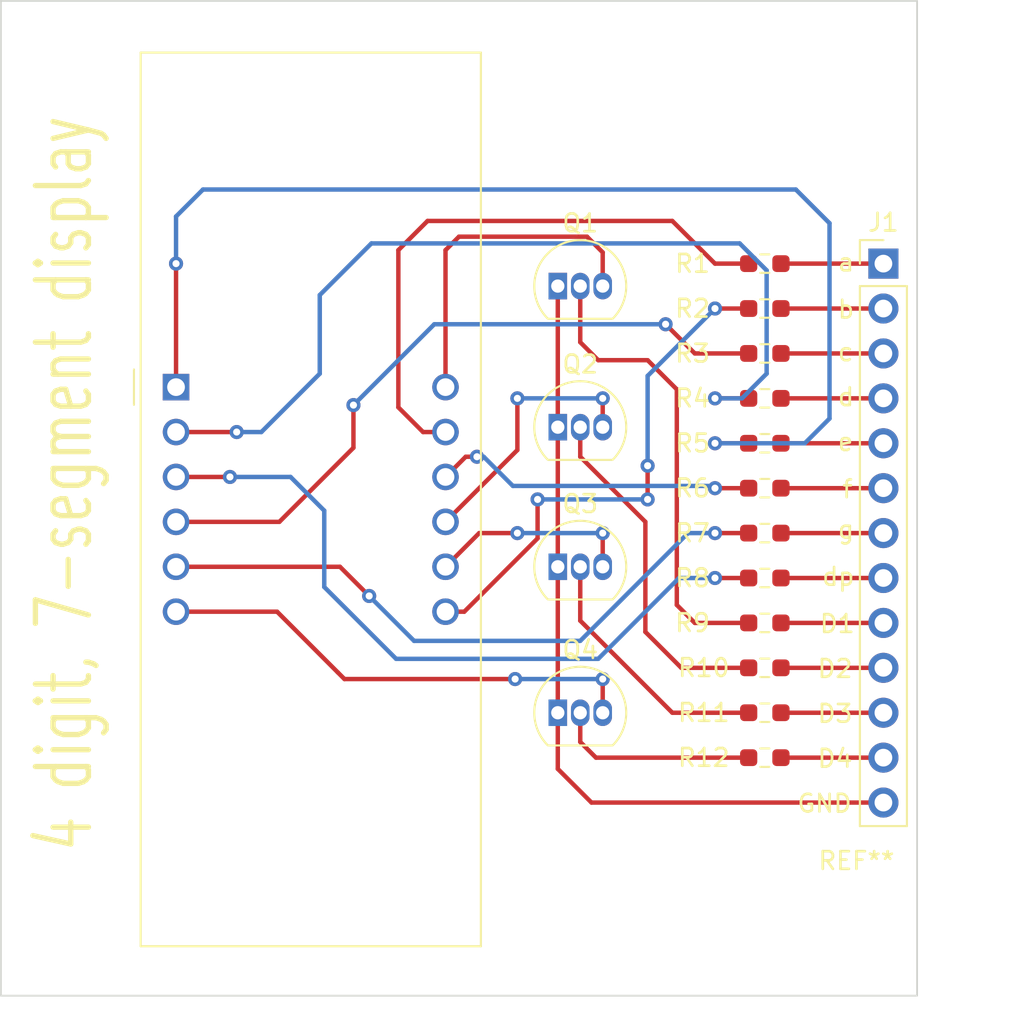
<source format=kicad_pcb>
(kicad_pcb (version 20221018) (generator pcbnew)
  (layers (0 "F.Cu" signal) (31 "B.Cu" signal) (34 "B.Paste" user) (35 "F.Paste" user) (36 "B.SilkS" user "B.Silkscreen") (37 "F.SilkS" user "F.Silkscreen") (38 "B.Mask" user) (39 "F.Mask" user) (44 "Edge.Cuts" user))
  (net 0 "")
  (net 1 "A")
  (net 2 "B")
  (net 3 "C")
  (net 4 "D")
  (net 5 "E")
  (net 6 "F")
  (net 7 "G")
  (net 8 "DP")
  (net 9 "Do1")
  (net 10 "Do2")
  (net 11 "Do3")
  (net 12 "Do4")
  (net 13 "GNDREF")
  (net 14 "Net-(Q1-B)")
  (net 15 "D1")
  (net 16 "Net-(Q2-B)")
  (net 17 "D2")
  (net 18 "Net-(Q3-B)")
  (net 19 "D3")
  (net 20 "Net-(Q4-B)")
  (net 21 "Net-(U1-a)")
  (net 22 "Net-(U1-b)")
  (net 23 "Net-(U1-c)")
  (net 24 "Net-(U1-d)")
  (net 25 "Net-(U1-e)")
  (net 26 "Net-(U1-f)")
  (net 27 "Net-(U1-g)")
  (net 28 "Net-(U1-DPX)")
  (net 29 "D4")
  (footprint "Resistor_SMD:R_0603_1608Metric_Pad0.98x0.95mm_HandSolder" (layer "F.Cu") (at 135.5325 45.72 180)
    (fp_text reference "R2" (at 4.0875 0) (layer "F.SilkS"))
    (fp_text value "330" hide)
    (fp_line (start -0.254724 -0.5225) (end 0.254724 -0.5225) (stroke (width 0.12)) (layer "F.SilkS"))
    (fp_line (start -0.254724 0.5225) (end 0.254724 0.5225) (stroke (width 0.12)) (layer "F.SilkS"))
    (pad "1" smd roundrect (at -0.9125 0 180) (size 0.975 0.95) (layers "F.Cu" "F.Paste" "F.Mask") (net 2 "B"))
    (pad "2" smd roundrect (at 0.9125 0 180) (size 0.975 0.95) (layers "F.Cu" "F.Paste" "F.Mask") (net 22 "Net-(U1-b)"))
  )
  (footprint "Resistor_SMD:R_0603_1608Metric_Pad0.98x0.95mm_HandSolder" (layer "F.Cu") (at 135.5325 71.12 180)
    (fp_text reference "R12" (at 3.4525 0) (layer "F.SilkS"))
    (fp_text value "10k" hide)
    (fp_line (start -0.254724 -0.5225) (end 0.254724 -0.5225) (stroke (width 0.12)) (layer "F.SilkS"))
    (fp_line (start -0.254724 0.5225) (end 0.254724 0.5225) (stroke (width 0.12)) (layer "F.SilkS"))
    (pad "1" smd roundrect (at -0.9125 0 180) (size 0.975 0.95) (layers "F.Cu" "F.Paste" "F.Mask") (net 12 "Do4"))
    (pad "2" smd roundrect (at 0.9125 0 180) (size 0.975 0.95) (layers "F.Cu" "F.Paste" "F.Mask") (net 20 "Net-(Q4-B)"))
  )
  (footprint "Package_TO_SOT_THT:TO-92_Inline" (layer "F.Cu") (at 123.825 52.43)
    (fp_text reference "Q2" (at 1.27 -3.56) (layer "F.SilkS"))
    (fp_text value "PN2222A")
    (fp_line (start -0.53 1.85) (end 3.07 1.85) (stroke (width 0.12)) (layer "F.SilkS"))
    (fp_arc (start -0.568478 1.838478) (mid -1.132087 -0.994977) (end 1.27 -2.6) (stroke (width 0.12)) (layer "F.SilkS"))
    (fp_arc (start 1.27 -2.6) (mid 3.672087 -0.994977) (end 3.108478 1.838478) (stroke (width 0.12)) (layer "F.SilkS"))
    (pad "1" thru_hole rect (at 0 0) (size 1.05 1.5) (drill 0.75) (layers "*.Cu" "*.Mask") (net 13 "GNDREF"))
    (pad "2" thru_hole oval (at 1.27 0) (size 1.05 1.5) (drill 0.75) (layers "*.Cu" "*.Mask") (net 16 "Net-(Q2-B)"))
    (pad "3" thru_hole oval (at 2.54 0) (size 1.05 1.5) (drill 0.75) (layers "*.Cu" "*.Mask") (net 17 "D2"))
  )
  (footprint "Package_TO_SOT_THT:TO-92_Inline" (layer "F.Cu") (at 123.825 60.325)
    (fp_text reference "Q3" (at 1.27 -3.56) (layer "F.SilkS"))
    (fp_text value "PN2222A")
    (fp_line (start -0.53 1.85) (end 3.07 1.85) (stroke (width 0.12)) (layer "F.SilkS"))
    (fp_arc (start -0.568478 1.838478) (mid -1.132087 -0.994977) (end 1.27 -2.6) (stroke (width 0.12)) (layer "F.SilkS"))
    (fp_arc (start 1.27 -2.6) (mid 3.672087 -0.994977) (end 3.108478 1.838478) (stroke (width 0.12)) (layer "F.SilkS"))
    (pad "1" thru_hole rect (at 0 0) (size 1.05 1.5) (drill 0.75) (layers "*.Cu" "*.Mask") (net 13 "GNDREF"))
    (pad "2" thru_hole oval (at 1.27 0) (size 1.05 1.5) (drill 0.75) (layers "*.Cu" "*.Mask") (net 18 "Net-(Q3-B)"))
    (pad "3" thru_hole oval (at 2.54 0) (size 1.05 1.5) (drill 0.75) (layers "*.Cu" "*.Mask") (net 19 "D3"))
  )
  (footprint "Resistor_SMD:R_0603_1608Metric_Pad0.98x0.95mm_HandSolder" (layer "F.Cu") (at 135.5325 60.96 180)
    (fp_text reference "R8" (at 4.0875 0) (layer "F.SilkS"))
    (fp_text value "330" hide)
    (fp_line (start -0.254724 -0.5225) (end 0.254724 -0.5225) (stroke (width 0.12)) (layer "F.SilkS"))
    (fp_line (start -0.254724 0.5225) (end 0.254724 0.5225) (stroke (width 0.12)) (layer "F.SilkS"))
    (pad "1" smd roundrect (at -0.9125 0 180) (size 0.975 0.95) (layers "F.Cu" "F.Paste" "F.Mask") (net 8 "DP"))
    (pad "2" smd roundrect (at 0.9125 0 180) (size 0.975 0.95) (layers "F.Cu" "F.Paste" "F.Mask") (net 28 "Net-(U1-DPX)"))
  )
  (footprint "Resistor_SMD:R_0603_1608Metric_Pad0.98x0.95mm_HandSolder" (layer "F.Cu") (at 135.5325 53.34 180)
    (fp_text reference "R5" (at 4.0875 0) (layer "F.SilkS"))
    (fp_text value "330" hide)
    (fp_line (start -0.254724 -0.5225) (end 0.254724 -0.5225) (stroke (width 0.12)) (layer "F.SilkS"))
    (fp_line (start -0.254724 0.5225) (end 0.254724 0.5225) (stroke (width 0.12)) (layer "F.SilkS"))
    (pad "1" smd roundrect (at -0.9125 0 180) (size 0.975 0.95) (layers "F.Cu" "F.Paste" "F.Mask") (net 5 "E"))
    (pad "2" smd roundrect (at 0.9125 0 180) (size 0.975 0.95) (layers "F.Cu" "F.Paste" "F.Mask") (net 25 "Net-(U1-e)"))
  )
  (footprint "Resistor_SMD:R_0603_1608Metric_Pad0.98x0.95mm_HandSolder" (layer "F.Cu") (at 135.5325 63.5 180)
    (fp_text reference "R9" (at 4.0875 0) (layer "F.SilkS"))
    (fp_text value "10k" hide)
    (fp_line (start -0.254724 -0.5225) (end 0.254724 -0.5225) (stroke (width 0.12)) (layer "F.SilkS"))
    (fp_line (start -0.254724 0.5225) (end 0.254724 0.5225) (stroke (width 0.12)) (layer "F.SilkS"))
    (pad "1" smd roundrect (at -0.9125 0 180) (size 0.975 0.95) (layers "F.Cu" "F.Paste" "F.Mask") (net 9 "Do1"))
    (pad "2" smd roundrect (at 0.9125 0 180) (size 0.975 0.95) (layers "F.Cu" "F.Paste" "F.Mask") (net 14 "Net-(Q1-B)"))
  )
  (footprint "Resistor_SMD:R_0603_1608Metric_Pad0.98x0.95mm_HandSolder" (layer "F.Cu") (at 135.5325 50.8 180)
    (fp_text reference "R4" (at 4.0875 0) (layer "F.SilkS"))
    (fp_text value "330" hide)
    (fp_line (start -0.254724 -0.5225) (end 0.254724 -0.5225) (stroke (width 0.12)) (layer "F.SilkS"))
    (fp_line (start -0.254724 0.5225) (end 0.254724 0.5225) (stroke (width 0.12)) (layer "F.SilkS"))
    (pad "1" smd roundrect (at -0.9125 0 180) (size 0.975 0.95) (layers "F.Cu" "F.Paste" "F.Mask") (net 4 "D"))
    (pad "2" smd roundrect (at 0.9125 0 180) (size 0.975 0.95) (layers "F.Cu" "F.Paste" "F.Mask") (net 24 "Net-(U1-d)"))
  )
  (footprint "Resistor_SMD:R_0603_1608Metric_Pad0.98x0.95mm_HandSolder" (layer "F.Cu") (at 135.5325 68.58 180)
    (fp_text reference "R11" (at 3.4525 0) (layer "F.SilkS"))
    (fp_text value "10k" hide)
    (fp_line (start -0.254724 -0.5225) (end 0.254724 -0.5225) (stroke (width 0.12)) (layer "F.SilkS"))
    (fp_line (start -0.254724 0.5225) (end 0.254724 0.5225) (stroke (width 0.12)) (layer "F.SilkS"))
    (pad "1" smd roundrect (at -0.9125 0 180) (size 0.975 0.95) (layers "F.Cu" "F.Paste" "F.Mask") (net 11 "Do3"))
    (pad "2" smd roundrect (at 0.9125 0 180) (size 0.975 0.95) (layers "F.Cu" "F.Paste" "F.Mask") (net 18 "Net-(Q3-B)"))
  )
  (footprint "MountingHole:MountingHole_3.2mm_M3" (layer "F.Cu") (at 96.139 32.004)
    (fp_text reference "REF**" hide)
    (fp_text value "MountingHole_3.2mm_M3" hide)
    (pad "" np_thru_hole circle (at 0 0) (size 3.2 3.2) (drill 3.2) (layers "*.Cu" "*.Mask"))
  )
  (footprint "Package_TO_SOT_THT:TO-92_Inline" (layer "F.Cu") (at 123.825 44.45)
    (fp_text reference "Q1" (at 1.27 -3.56) (layer "F.SilkS"))
    (fp_text value "PN2222A")
    (fp_line (start -0.53 1.85) (end 3.07 1.85) (stroke (width 0.12)) (layer "F.SilkS"))
    (fp_arc (start -0.568478 1.838478) (mid -1.132087 -0.994977) (end 1.27 -2.6) (stroke (width 0.12)) (layer "F.SilkS"))
    (fp_arc (start 1.27 -2.6) (mid 3.672087 -0.994977) (end 3.108478 1.838478) (stroke (width 0.12)) (layer "F.SilkS"))
    (pad "1" thru_hole rect (at 0 0) (size 1.05 1.5) (drill 0.75) (layers "*.Cu" "*.Mask") (net 13 "GNDREF"))
    (pad "2" thru_hole oval (at 1.27 0) (size 1.05 1.5) (drill 0.75) (layers "*.Cu" "*.Mask") (net 14 "Net-(Q1-B)"))
    (pad "3" thru_hole oval (at 2.54 0) (size 1.05 1.5) (drill 0.75) (layers "*.Cu" "*.Mask") (net 15 "D1"))
  )
  (footprint "Resistor_SMD:R_0603_1608Metric_Pad0.98x0.95mm_HandSolder" (layer "F.Cu") (at 135.5325 43.18 180)
    (fp_text reference "R1" (at 4.0875 0) (layer "F.SilkS"))
    (fp_text value "330" hide)
    (fp_line (start -0.254724 -0.5225) (end 0.254724 -0.5225) (stroke (width 0.12)) (layer "F.SilkS"))
    (fp_line (start -0.254724 0.5225) (end 0.254724 0.5225) (stroke (width 0.12)) (layer "F.SilkS"))
    (pad "1" smd roundrect (at -0.9125 0 180) (size 0.975 0.95) (layers "F.Cu" "F.Paste" "F.Mask") (net 1 "A"))
    (pad "2" smd roundrect (at 0.9125 0 180) (size 0.975 0.95) (layers "F.Cu" "F.Paste" "F.Mask") (net 21 "Net-(U1-a)"))
  )
  (footprint "Resistor_SMD:R_0603_1608Metric_Pad0.98x0.95mm_HandSolder" (layer "F.Cu") (at 135.5325 66.04 180)
    (fp_text reference "R10" (at 3.4525 0) (layer "F.SilkS"))
    (fp_text value "10k" hide)
    (fp_line (start -0.254724 -0.5225) (end 0.254724 -0.5225) (stroke (width 0.12)) (layer "F.SilkS"))
    (fp_line (start -0.254724 0.5225) (end 0.254724 0.5225) (stroke (width 0.12)) (layer "F.SilkS"))
    (pad "1" smd roundrect (at -0.9125 0 180) (size 0.975 0.95) (layers "F.Cu" "F.Paste" "F.Mask") (net 10 "Do2"))
    (pad "2" smd roundrect (at 0.9125 0 180) (size 0.975 0.95) (layers "F.Cu" "F.Paste" "F.Mask") (net 16 "Net-(Q2-B)"))
  )
  (footprint "Package_TO_SOT_THT:TO-92_Inline" (layer "F.Cu") (at 123.825 68.58)
    (fp_text reference "Q4" (at 1.27 -3.56) (layer "F.SilkS"))
    (fp_text value "PN2222A")
    (fp_line (start -0.53 1.85) (end 3.07 1.85) (stroke (width 0.12)) (layer "F.SilkS"))
    (fp_arc (start -0.568478 1.838478) (mid -1.132087 -0.994977) (end 1.27 -2.6) (stroke (width 0.12)) (layer "F.SilkS"))
    (fp_arc (start 1.27 -2.6) (mid 3.672087 -0.994977) (end 3.108478 1.838478) (stroke (width 0.12)) (layer "F.SilkS"))
    (pad "1" thru_hole rect (at 0 0) (size 1.05 1.5) (drill 0.75) (layers "*.Cu" "*.Mask") (net 13 "GNDREF"))
    (pad "2" thru_hole oval (at 1.27 0) (size 1.05 1.5) (drill 0.75) (layers "*.Cu" "*.Mask") (net 20 "Net-(Q4-B)"))
    (pad "3" thru_hole oval (at 2.54 0) (size 1.05 1.5) (drill 0.75) (layers "*.Cu" "*.Mask") (net 29 "D4"))
  )
  (footprint "Connector_PinHeader_2.54mm:PinHeader_1x13_P2.54mm_Vertical" (layer "F.Cu") (at 142.24 43.18)
    (fp_text reference "J1" (at 0 -2.33) (layer "F.SilkS"))
    (fp_text value "Conn_01x13" hide)
    (fp_line (start -1.33 -1.33) (end 0 -1.33) (stroke (width 0.12)) (layer "F.SilkS"))
    (fp_line (start -1.33 0) (end -1.33 -1.33) (stroke (width 0.12)) (layer "F.SilkS"))
    (fp_line (start -1.33 1.27) (end -1.33 31.81) (stroke (width 0.12)) (layer "F.SilkS"))
    (fp_line (start -1.33 1.27) (end 1.33 1.27) (stroke (width 0.12)) (layer "F.SilkS"))
    (fp_line (start -1.33 31.81) (end 1.33 31.81) (stroke (width 0.12)) (layer "F.SilkS"))
    (fp_line (start 1.33 1.27) (end 1.33 31.81) (stroke (width 0.12)) (layer "F.SilkS"))
    (pad "1" thru_hole rect (at 0 0) (size 1.7 1.7) (drill 1) (layers "*.Cu" "*.Mask") (net 1 "A"))
    (pad "2" thru_hole oval (at 0 2.54) (size 1.7 1.7) (drill 1) (layers "*.Cu" "*.Mask") (net 2 "B"))
    (pad "3" thru_hole oval (at 0 5.08) (size 1.7 1.7) (drill 1) (layers "*.Cu" "*.Mask") (net 3 "C"))
    (pad "4" thru_hole oval (at 0 7.62) (size 1.7 1.7) (drill 1) (layers "*.Cu" "*.Mask") (net 4 "D"))
    (pad "5" thru_hole oval (at 0 10.16) (size 1.7 1.7) (drill 1) (layers "*.Cu" "*.Mask") (net 5 "E"))
    (pad "6" thru_hole oval (at 0 12.7) (size 1.7 1.7) (drill 1) (layers "*.Cu" "*.Mask") (net 6 "F"))
    (pad "7" thru_hole oval (at 0 15.24) (size 1.7 1.7) (drill 1) (layers "*.Cu" "*.Mask") (net 7 "G"))
    (pad "8" thru_hole oval (at 0 17.78) (size 1.7 1.7) (drill 1) (layers "*.Cu" "*.Mask") (net 8 "DP"))
    (pad "9" thru_hole oval (at 0 20.32) (size 1.7 1.7) (drill 1) (layers "*.Cu" "*.Mask") (net 9 "Do1"))
    (pad "10" thru_hole oval (at 0 22.86) (size 1.7 1.7) (drill 1) (layers "*.Cu" "*.Mask") (net 10 "Do2"))
    (pad "11" thru_hole oval (at 0 25.4) (size 1.7 1.7) (drill 1) (layers "*.Cu" "*.Mask") (net 11 "Do3"))
    (pad "12" thru_hole oval (at 0 27.94) (size 1.7 1.7) (drill 1) (layers "*.Cu" "*.Mask") (net 12 "Do4"))
    (pad "13" thru_hole oval (at 0 30.48) (size 1.7 1.7) (drill 1) (layers "*.Cu" "*.Mask") (net 13 "GNDREF"))
  )
  (footprint "Resistor_SMD:R_0603_1608Metric_Pad0.98x0.95mm_HandSolder" (layer "F.Cu") (at 135.5325 58.42 180)
    (fp_text reference "R7" (at 4.0875 0) (layer "F.SilkS"))
    (fp_text value "330" hide)
    (fp_line (start -0.254724 -0.5225) (end 0.254724 -0.5225) (stroke (width 0.12)) (layer "F.SilkS"))
    (fp_line (start -0.254724 0.5225) (end 0.254724 0.5225) (stroke (width 0.12)) (layer "F.SilkS"))
    (pad "1" smd roundrect (at -0.9125 0 180) (size 0.975 0.95) (layers "F.Cu" "F.Paste" "F.Mask") (net 7 "G"))
    (pad "2" smd roundrect (at 0.9125 0 180) (size 0.975 0.95) (layers "F.Cu" "F.Paste" "F.Mask") (net 27 "Net-(U1-g)"))
  )
  (footprint "Display_7Segment:CA56-12SRWA" (layer "F.Cu") (at 102.235 50.165)
    (fp_text reference "U1" hide)
    (fp_text value "CC56-12SRWA" hide)
    (fp_line (start -2.38 -1) (end -2.38 1) (stroke (width 0.12)) (layer "F.SilkS"))
    (fp_line (start -2 -18.92) (end -2 31.62) (stroke (width 0.12)) (layer "F.SilkS"))
    (fp_line (start -2 -18.92) (end 17.24 -18.92) (stroke (width 0.12)) (layer "F.SilkS"))
    (fp_line (start -2 31.62) (end 17.24 31.62) (stroke (width 0.12)) (layer "F.SilkS"))
    (fp_line (start 17.24 31.62) (end 17.24 -18.92) (stroke (width 0.12)) (layer "F.SilkS"))
    (pad "1" thru_hole rect (at 0 0) (size 1.5 1.5) (drill 1) (layers "*.Cu" "*.Mask") (net 25 "Net-(U1-e)"))
    (pad "2" thru_hole circle (at 0 2.54) (size 1.5 1.5) (drill 1) (layers "*.Cu" "*.Mask") (net 24 "Net-(U1-d)"))
    (pad "3" thru_hole circle (at 0 5.08) (size 1.5 1.5) (drill 1) (layers "*.Cu" "*.Mask") (net 28 "Net-(U1-DPX)"))
    (pad "4" thru_hole circle (at 0 7.62) (size 1.5 1.5) (drill 1) (layers "*.Cu" "*.Mask") (net 23 "Net-(U1-c)"))
    (pad "5" thru_hole circle (at 0 10.16) (size 1.5 1.5) (drill 1) (layers "*.Cu" "*.Mask") (net 27 "Net-(U1-g)"))
    (pad "6" thru_hole circle (at 0 12.7) (size 1.5 1.5) (drill 1) (layers "*.Cu" "*.Mask") (net 29 "D4"))
    (pad "7" thru_hole circle (at 15.24 12.7) (size 1.5 1.5) (drill 1) (layers "*.Cu" "*.Mask") (net 22 "Net-(U1-b)"))
    (pad "8" thru_hole circle (at 15.24 10.16) (size 1.5 1.5) (drill 1) (layers "*.Cu" "*.Mask") (net 19 "D3"))
    (pad "9" thru_hole circle (at 15.24 7.62) (size 1.5 1.5) (drill 1) (layers "*.Cu" "*.Mask") (net 17 "D2"))
    (pad "10" thru_hole circle (at 15.24 5.08) (size 1.5 1.5) (drill 1) (layers "*.Cu" "*.Mask") (net 26 "Net-(U1-f)"))
    (pad "11" thru_hole circle (at 15.24 2.54) (size 1.5 1.5) (drill 1) (layers "*.Cu" "*.Mask") (net 21 "Net-(U1-a)"))
    (pad "12" thru_hole circle (at 15.24 0) (size 1.5 1.5) (drill 1) (layers "*.Cu" "*.Mask") (net 15 "D1"))
  )
  (footprint "Resistor_SMD:R_0603_1608Metric_Pad0.98x0.95mm_HandSolder" (layer "F.Cu") (at 135.5325 55.88 180)
    (fp_text reference "R6" (at 4.0875 0) (layer "F.SilkS"))
    (fp_text value "330" hide)
    (fp_line (start -0.254724 -0.5225) (end 0.254724 -0.5225) (stroke (width 0.12)) (layer "F.SilkS"))
    (fp_line (start -0.254724 0.5225) (end 0.254724 0.5225) (stroke (width 0.12)) (layer "F.SilkS"))
    (pad "1" smd roundrect (at -0.9125 0 180) (size 0.975 0.95) (layers "F.Cu" "F.Paste" "F.Mask") (net 6 "F"))
    (pad "2" smd roundrect (at 0.9125 0 180) (size 0.975 0.95) (layers "F.Cu" "F.Paste" "F.Mask") (net 26 "Net-(U1-f)"))
  )
  (footprint "MountingHole:MountingHole_3.2mm_M3" (layer "F.Cu") (at 140.589 31.877)
    (fp_text reference "REF**" hide)
    (fp_text value "MountingHole_3.2mm_M3" hide)
    (pad "" np_thru_hole circle (at 0 0) (size 3.2 3.2) (drill 3.2) (layers "*.Cu" "*.Mask"))
  )
  (footprint "MountingHole:MountingHole_3.2mm_M3" (layer "F.Cu") (at 140.716 81.153)
    (fp_text reference "REF**" (at 0 -4.2) (layer "F.SilkS"))
    (fp_text value "MountingHole_3.2mm_M3")
    (pad "" np_thru_hole circle (at 0 0) (size 3.2 3.2) (drill 3.2) (layers "*.Cu" "*.Mask"))
  )
  (footprint "MountingHole:MountingHole_3.2mm_M3" (layer "F.Cu") (at 96.139 80.772)
    (fp_text reference "REF**" hide)
    (fp_text value "MountingHole_3.2mm_M3" hide)
    (pad "" np_thru_hole circle (at 0 0) (size 3.2 3.2) (drill 3.2) (layers "*.Cu" "*.Mask"))
  )
  (footprint "Resistor_SMD:R_0603_1608Metric_Pad0.98x0.95mm_HandSolder" (layer "F.Cu") (at 135.5325 48.26 180)
    (fp_text reference "R3" (at 4.0875 0) (layer "F.SilkS"))
    (fp_text value "330" hide)
    (fp_line (start -0.254724 -0.5225) (end 0.254724 -0.5225) (stroke (width 0.12)) (layer "F.SilkS"))
    (fp_line (start -0.254724 0.5225) (end 0.254724 0.5225) (stroke (width 0.12)) (layer "F.SilkS"))
    (pad "1" smd roundrect (at -0.9125 0 180) (size 0.975 0.95) (layers "F.Cu" "F.Paste" "F.Mask") (net 3 "C"))
    (pad "2" smd roundrect (at 0.9125 0 180) (size 0.975 0.95) (layers "F.Cu" "F.Paste" "F.Mask") (net 23 "Net-(U1-c)"))
  )
  (gr_rect (start 92.329 28.321) (end 144.145 84.582) (stroke (width 0.1)) (fill none) (layer "Edge.Cuts"))
  (gr_text "D3" (at 138.43 69.215) (layer "F.SilkS") (effects (font (size 1 1)) (justify left bottom)))
  (gr_text "GND" (at 137.287 74.295) (layer "F.SilkS") (effects (font (size 1 1)) (justify left bottom)))
  (gr_text "c" (at 139.573 48.768) (layer "F.SilkS") (effects (font (size 1 1)) (justify left bottom)))
  (gr_text "4 digit, 7-segment display" (at 97.663 76.581 90) (layer "F.SilkS") (effects (font (size 3 2) (thickness 0.3) bold) (justify left bottom)))
  (gr_text "b" (at 139.573 46.355) (layer "F.SilkS") (effects (font (size 1 1)) (justify left bottom)))
  (gr_text "D1" (at 138.557 64.135) (layer "F.SilkS") (effects (font (size 1 1)) (justify left bottom)))
  (gr_text "e" (at 139.573 53.848) (layer "F.SilkS") (effects (font (size 1 1)) (justify left bottom)))
  (gr_text "f" (at 139.827 56.515) (layer "F.SilkS") (effects (font (size 1 1)) (justify left bottom)))
  (gr_text "a" (at 139.573 43.688) (layer "F.SilkS") (effects (font (size 1 1)) (justify left bottom)))
  (gr_text "D2" (at 138.43 66.675) (layer "F.SilkS") (effects (font (size 1 1)) (justify left bottom)))
  (gr_text "D4" (at 138.43 71.755) (layer "F.SilkS") (effects (font (size 1 1)) (justify left bottom)))
  (gr_text "d" (at 139.573 51.308) (layer "F.SilkS") (effects (font (size 1 1)) (justify left bottom)))
  (gr_text "dp" (at 138.684 61.468) (layer "F.SilkS") (effects (font (size 1 1)) (justify left bottom)))
  (gr_text "g" (at 139.573 58.801) (layer "F.SilkS") (effects (font (size 1 1)) (justify left bottom)))
  (segment (start 136.445 43.18) (end 142.24 43.18) (width 0.25) (layer "F.Cu") (net 1))
  (segment (start 136.445 45.72) (end 142.24 45.72) (width 0.25) (layer "F.Cu") (net 2))
  (segment (start 136.445 48.26) (end 142.24 48.26) (width 0.25) (layer "F.Cu") (net 3))
  (segment (start 136.445 50.8) (end 142.24 50.8) (width 0.25) (layer "F.Cu") (net 4))
  (segment (start 136.445 53.34) (end 142.24 53.34) (width 0.25) (layer "F.Cu") (net 5))
  (segment (start 136.445 55.88) (end 142.24 55.88) (width 0.25) (layer "F.Cu") (net 6))
  (segment (start 136.445 58.42) (end 142.24 58.42) (width 0.25) (layer "F.Cu") (net 7))
  (segment (start 142.24 60.96) (end 136.445 60.96) (width 0.25) (layer "F.Cu") (net 8))
  (segment (start 136.445 63.5) (end 142.24 63.5) (width 0.25) (layer "F.Cu") (net 9))
  (segment (start 136.445 66.04) (end 142.24 66.04) (width 0.25) (layer "F.Cu") (net 10))
  (segment (start 142.24 68.58) (end 136.445 68.58) (width 0.25) (layer "F.Cu") (net 11))
  (segment (start 136.445 71.12) (end 142.24 71.12) (width 0.25) (layer "F.Cu") (net 12))
  (segment (start 123.825 60.325) (end 123.825 68.58) (width 0.25) (layer "F.Cu") (net 13))
  (segment (start 123.825 71.755) (end 125.73 73.66) (width 0.25) (layer "F.Cu") (net 13))
  (segment (start 123.825 52.43) (end 123.825 60.325) (width 0.25) (layer "F.Cu") (net 13))
  (segment (start 123.825 68.58) (end 123.825 71.755) (width 0.25) (layer "F.Cu") (net 13))
  (segment (start 123.825 44.45) (end 123.825 52.43) (width 0.25) (layer "F.Cu") (net 13))
  (segment (start 125.73 73.66) (end 142.24 73.66) (width 0.25) (layer "F.Cu") (net 13))
  (segment (start 131.572 63.5) (end 130.556 62.484) (width 0.25) (layer "F.Cu") (net 14))
  (segment (start 134.62 63.5) (end 131.572 63.5) (width 0.25) (layer "F.Cu") (net 14))
  (segment (start 128.905 48.641) (end 126.111 48.641) (width 0.25) (layer "F.Cu") (net 14))
  (segment (start 130.556 50.292) (end 128.905 48.641) (width 0.25) (layer "F.Cu") (net 14))
  (segment (start 130.556 62.484) (end 130.556 50.292) (width 0.25) (layer "F.Cu") (net 14))
  (segment (start 126.111 48.641) (end 125.095 47.625) (width 0.25) (layer "F.Cu") (net 14))
  (segment (start 125.095 47.625) (end 125.095 44.45) (width 0.25) (layer "F.Cu") (net 14))
  (segment (start 117.475 42.418) (end 117.475 50.165) (width 0.25) (layer "F.Cu") (net 15))
  (segment (start 126.365 42.545) (end 125.476 41.656) (width 0.25) (layer "F.Cu") (net 15))
  (segment (start 126.365 44.45) (end 126.365 42.545) (width 0.25) (layer "F.Cu") (net 15))
  (segment (start 125.476 41.656) (end 118.237 41.656) (width 0.25) (layer "F.Cu") (net 15))
  (segment (start 118.237 41.656) (end 117.475 42.418) (width 0.25) (layer "F.Cu") (net 15))
  (segment (start 125.095 54.102) (end 128.778 57.785) (width 0.25) (layer "F.Cu") (net 16))
  (segment (start 130.81 66.04) (end 128.778 64.008) (width 0.25) (layer "F.Cu") (net 16))
  (segment (start 128.778 64.008) (end 128.778 57.785) (width 0.25) (layer "F.Cu") (net 16))
  (segment (start 125.095 52.43) (end 125.095 54.102) (width 0.25) (layer "F.Cu") (net 16))
  (segment (start 134.62 66.04) (end 130.81 66.04) (width 0.25) (layer "F.Cu") (net 16))
  (segment (start 126.365 52.43) (end 126.365 50.8) (width 0.25) (layer "F.Cu") (net 17))
  (segment (start 121.539 53.721) (end 121.539 50.8) (width 0.25) (layer "F.Cu") (net 17))
  (segment (start 117.475 57.785) (end 121.539 53.721) (width 0.25) (layer "F.Cu") (net 17))
  (via (at 121.539 50.8) (size 0.8) (drill 0.4) (layers "F.Cu" "B.Cu") (net 17))
  (via (at 126.365 50.8) (size 0.8) (drill 0.4) (layers "F.Cu" "B.Cu") (net 17))
  (segment (start 121.539 50.8) (end 126.365 50.8) (width 0.25) (layer "B.Cu") (net 17))
  (segment (start 130.302 68.58) (end 125.095 63.373) (width 0.25) (layer "F.Cu") (net 18))
  (segment (start 125.095 63.373) (end 125.095 60.325) (width 0.25) (layer "F.Cu") (net 18))
  (segment (start 134.62 68.58) (end 130.302 68.58) (width 0.25) (layer "F.Cu") (net 18))
  (segment (start 119.38 58.42) (end 121.539 58.42) (width 0.25) (layer "F.Cu") (net 19))
  (segment (start 126.365 60.325) (end 126.365 58.42) (width 0.25) (layer "F.Cu") (net 19))
  (segment (start 117.475 60.325) (end 119.38 58.42) (width 0.25) (layer "F.Cu") (net 19))
  (via (at 126.365 58.42) (size 0.8) (drill 0.4) (layers "F.Cu" "B.Cu") (net 19))
  (via (at 121.539 58.42) (size 0.8) (drill 0.4) (layers "F.Cu" "B.Cu") (net 19))
  (segment (start 121.539 58.42) (end 126.365 58.42) (width 0.25) (layer "B.Cu") (net 19))
  (segment (start 134.62 71.12) (end 125.984 71.12) (width 0.25) (layer "F.Cu") (net 20))
  (segment (start 125.095 68.58) (end 125.095 70.231) (width 0.25) (layer "F.Cu") (net 20))
  (segment (start 125.984 71.12) (end 125.095 70.231) (width 0.25) (layer "F.Cu") (net 20))
  (segment (start 130.302 40.767) (end 132.715 43.18) (width 0.25) (layer "F.Cu") (net 21))
  (segment (start 114.808 51.308) (end 114.808 42.418) (width 0.25) (layer "F.Cu") (net 21))
  (segment (start 114.808 42.418) (end 116.459 40.767) (width 0.25) (layer "F.Cu") (net 21))
  (segment (start 116.459 40.767) (end 130.302 40.767) (width 0.25) (layer "F.Cu") (net 21))
  (segment (start 117.475 52.705) (end 116.205 52.705) (width 0.25) (layer "F.Cu") (net 21))
  (segment (start 116.205 52.705) (end 114.808 51.308) (width 0.25) (layer "F.Cu") (net 21))
  (segment (start 132.715 43.18) (end 134.62 43.18) (width 0.25) (layer "F.Cu") (net 21))
  (segment (start 122.682 56.515) (end 122.682 58.71866) (width 0.25) (layer "F.Cu") (net 22))
  (segment (start 128.905 54.61) (end 128.905 56.515) (width 0.25) (layer "F.Cu") (net 22))
  (segment (start 134.62 45.72) (end 132.715 45.72) (width 0.25) (layer "F.Cu") (net 22))
  (segment (start 122.682 58.71866) (end 118.53566 62.865) (width 0.25) (layer "F.Cu") (net 22))
  (segment (start 118.53566 62.865) (end 117.475 62.865) (width 0.25) (layer "F.Cu") (net 22))
  (via (at 132.715 45.72) (size 0.8) (drill 0.4) (layers "F.Cu" "B.Cu") (net 22))
  (via (at 128.905 56.515) (size 0.8) (drill 0.4) (layers "F.Cu" "B.Cu") (net 22))
  (via (at 122.682 56.515) (size 0.8) (drill 0.4) (layers "F.Cu" "B.Cu") (net 22))
  (via (at 128.905 54.61) (size 0.8) (drill 0.4) (layers "F.Cu" "B.Cu") (net 22))
  (segment (start 132.715 45.72) (end 128.905 49.53) (width 0.25) (layer "B.Cu") (net 22))
  (segment (start 128.905 49.53) (end 128.905 54.61) (width 0.25) (layer "B.Cu") (net 22))
  (segment (start 122.682 56.515) (end 128.905 56.515) (width 0.25) (layer "B.Cu") (net 22))
  (segment (start 112.268 53.594) (end 112.268 51.181) (width 0.25) (layer "F.Cu") (net 23))
  (segment (start 134.62 48.26) (end 131.572 48.26) (width 0.25) (layer "F.Cu") (net 23))
  (segment (start 102.235 57.785) (end 108.077 57.785) (width 0.25) (layer "F.Cu") (net 23))
  (segment (start 131.572 48.26) (end 129.921 46.609) (width 0.25) (layer "F.Cu") (net 23))
  (segment (start 108.077 57.785) (end 112.268 53.594) (width 0.25) (layer "F.Cu") (net 23))
  (via (at 112.268 51.181) (size 0.8) (drill 0.4) (layers "F.Cu" "B.Cu") (net 23))
  (via (at 129.921 46.609) (size 0.8) (drill 0.4) (layers "F.Cu" "B.Cu") (net 23))
  (segment (start 116.84 46.609) (end 112.268 51.181) (width 0.25) (layer "B.Cu") (net 23))
  (segment (start 129.921 46.609) (end 116.84 46.609) (width 0.25) (layer "B.Cu") (net 23))
  (segment (start 134.62 50.8) (end 132.715 50.8) (width 0.25) (layer "F.Cu") (net 24))
  (segment (start 102.235 52.705) (end 105.664 52.705) (width 0.25) (layer "F.Cu") (net 24))
  (via (at 132.715 50.8) (size 0.8) (drill 0.4) (layers "F.Cu" "B.Cu") (net 24))
  (via (at 105.664 52.705) (size 0.8) (drill 0.4) (layers "F.Cu" "B.Cu") (net 24))
  (segment (start 113.284 42.037) (end 110.363 44.958) (width 0.25) (layer "B.Cu") (net 24))
  (segment (start 110.363 44.958) (end 110.363 49.403) (width 0.25) (layer "B.Cu") (net 24))
  (segment (start 110.363 49.403) (end 107.061 52.705) (width 0.25) (layer "B.Cu") (net 24))
  (segment (start 134.239 50.8) (end 135.636 49.403) (width 0.25) (layer "B.Cu") (net 24))
  (segment (start 134.112 42.037) (end 113.284 42.037) (width 0.25) (layer "B.Cu") (net 24))
  (segment (start 135.636 43.561) (end 134.112 42.037) (width 0.25) (layer "B.Cu") (net 24))
  (segment (start 132.715 50.8) (end 134.239 50.8) (width 0.25) (layer "B.Cu") (net 24))
  (segment (start 135.636 49.403) (end 135.636 43.561) (width 0.25) (layer "B.Cu") (net 24))
  (segment (start 107.061 52.705) (end 105.664 52.705) (width 0.25) (layer "B.Cu") (net 24))
  (segment (start 134.62 53.34) (end 132.715 53.34) (width 0.25) (layer "F.Cu") (net 25))
  (segment (start 102.235 43.18) (end 102.235 50.165) (width 0.25) (layer "F.Cu") (net 25))
  (via (at 102.235 43.18) (size 0.8) (drill 0.4) (layers "F.Cu" "B.Cu") (net 25))
  (via (at 132.715 53.34) (size 0.8) (drill 0.4) (layers "F.Cu" "B.Cu") (net 25))
  (segment (start 103.759 38.989) (end 102.235 40.513) (width 0.25) (layer "B.Cu") (net 25))
  (segment (start 137.287 38.989) (end 103.759 38.989) (width 0.25) (layer "B.Cu") (net 25))
  (segment (start 132.715 53.34) (end 137.795 53.34) (width 0.25) (layer "B.Cu") (net 25))
  (segment (start 139.192 51.943) (end 139.192 40.894) (width 0.25) (layer "B.Cu") (net 25))
  (segment (start 102.235 40.513) (end 102.235 43.18) (width 0.25) (layer "B.Cu") (net 25))
  (segment (start 139.192 40.894) (end 137.287 38.989) (width 0.25) (layer "B.Cu") (net 25))
  (segment (start 137.795 53.34) (end 139.192 51.943) (width 0.25) (layer "B.Cu") (net 25))
  (segment (start 119.126 54.102) (end 119.253 54.102) (width 0.25) (layer "F.Cu") (net 26))
  (segment (start 134.62 55.88) (end 132.715 55.88) (width 0.25) (layer "F.Cu") (net 26))
  (segment (start 118.618 54.102) (end 119.126 54.102) (width 0.25) (layer "F.Cu") (net 26))
  (segment (start 117.475 55.245) (end 118.618 54.102) (width 0.25) (layer "F.Cu") (net 26))
  (via (at 132.715 55.88) (size 0.8) (drill 0.4) (layers "F.Cu" "B.Cu") (net 26))
  (via (at 119.253 54.102) (size 0.8) (drill 0.4) (layers "F.Cu" "B.Cu") (net 26))
  (segment (start 132.588 55.753) (end 132.715 55.88) (width 0.25) (layer "B.Cu") (net 26))
  (segment (start 119.253 54.102) (end 119.634 54.102) (width 0.25) (layer "B.Cu") (net 26))
  (segment (start 121.285 55.753) (end 132.588 55.753) (width 0.25) (layer "B.Cu") (net 26))
  (segment (start 119.634 54.102) (end 121.285 55.753) (width 0.25) (layer "B.Cu") (net 26))
  (segment (start 134.62 58.42) (end 132.715 58.42) (width 0.25) (layer "F.Cu") (net 27))
  (segment (start 111.506 60.325) (end 102.235 60.325) (width 0.25) (layer "F.Cu") (net 27))
  (segment (start 113.157 61.976) (end 111.506 60.325) (width 0.25) (layer "F.Cu") (net 27))
  (via (at 132.715 58.42) (size 0.8) (drill 0.4) (layers "F.Cu" "B.Cu") (net 27))
  (via (at 113.157 61.976) (size 0.8) (drill 0.4) (layers "F.Cu" "B.Cu") (net 27))
  (segment (start 125.095 64.516) (end 115.697 64.516) (width 0.25) (layer "B.Cu") (net 27))
  (segment (start 115.697 64.516) (end 113.157 61.976) (width 0.25) (layer "B.Cu") (net 27))
  (segment (start 132.715 58.42) (end 131.191 58.42) (width 0.25) (layer "B.Cu") (net 27))
  (segment (start 131.191 58.42) (end 125.095 64.516) (width 0.25) (layer "B.Cu") (net 27))
  (segment (start 134.62 60.96) (end 132.715 60.96) (width 0.25) (layer "F.Cu") (net 28))
  (segment (start 102.235 55.245) (end 105.283 55.245) (width 0.25) (layer "F.Cu") (net 28))
  (via (at 105.283 55.245) (size 0.8) (drill 0.4) (layers "F.Cu" "B.Cu") (net 28))
  (via (at 132.715 60.96) (size 0.8) (drill 0.4) (layers "F.Cu" "B.Cu") (net 28))
  (segment (start 108.712 55.245) (end 110.617 57.15) (width 0.25) (layer "B.Cu") (net 28))
  (segment (start 110.617 61.468) (end 114.681 65.532) (width 0.25) (layer "B.Cu") (net 28))
  (segment (start 110.617 57.15) (end 110.617 61.468) (width 0.25) (layer "B.Cu") (net 28))
  (segment (start 126.111 65.532) (end 130.683 60.96) (width 0.25) (layer "B.Cu") (net 28))
  (segment (start 130.683 60.96) (end 132.715 60.96) (width 0.25) (layer "B.Cu") (net 28))
  (segment (start 105.283 55.245) (end 108.712 55.245) (width 0.25) (layer "B.Cu") (net 28))
  (segment (start 114.681 65.532) (end 126.111 65.532) (width 0.25) (layer "B.Cu") (net 28))
  (segment (start 126.365 68.58) (end 126.365 66.675) (width 0.25) (layer "F.Cu") (net 29))
  (segment (start 111.76 66.675) (end 121.412 66.675) (width 0.25) (layer "F.Cu") (net 29))
  (segment (start 107.95 62.865) (end 111.379 66.294) (width 0.25) (layer "F.Cu") (net 29))
  (segment (start 111.379 66.294) (end 111.76 66.675) (width 0.25) (layer "F.Cu") (net 29))
  (segment (start 102.235 62.865) (end 107.95 62.865) (width 0.25) (layer "F.Cu") (net 29))
  (via (at 121.412 66.675) (size 0.8) (drill 0.4) (layers "F.Cu" "B.Cu") (net 29))
  (via (at 126.365 66.675) (size 0.8) (drill 0.4) (layers "F.Cu" "B.Cu") (net 29))
  (segment (start 126.365 66.675) (end 121.412 66.675) (width 0.25) (layer "B.Cu") (net 29))
)
</source>
